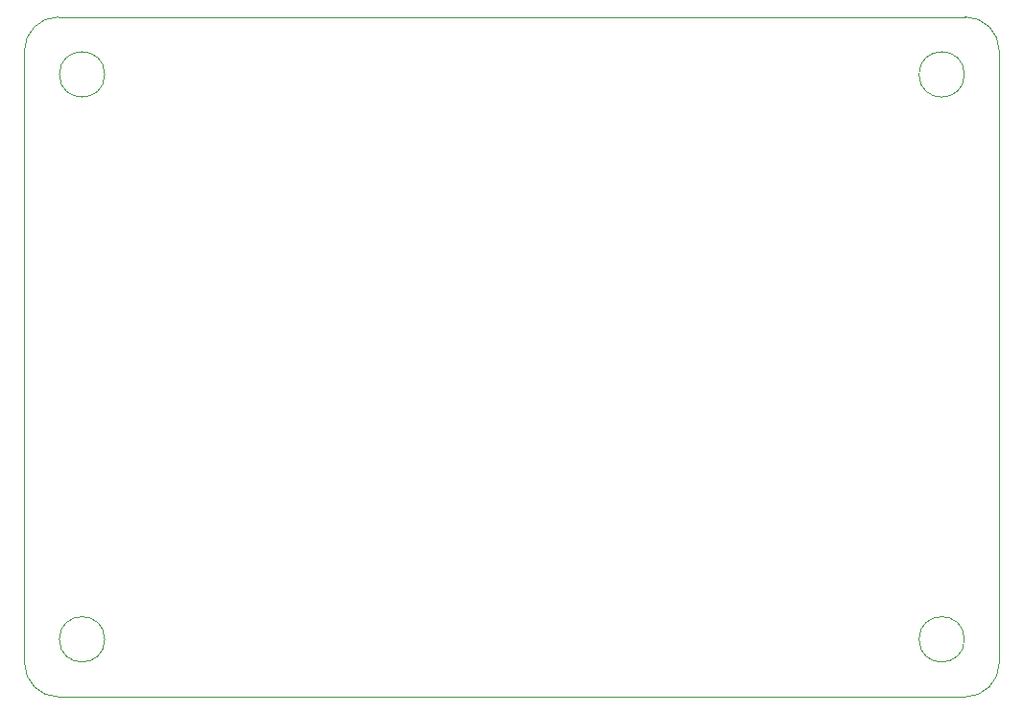
<source format=gm1>
G04*
G04 #@! TF.GenerationSoftware,Altium Limited,Altium Designer,24.1.2 (44)*
G04*
G04 Layer_Color=16711935*
%FSLAX44Y44*%
%MOMM*%
G71*
G04*
G04 #@! TF.SameCoordinates,E9BD1FF1-B1AA-42C1-8D7E-3D4E88507192*
G04*
G04*
G04 #@! TF.FilePolarity,Positive*
G04*
G01*
G75*
%ADD70C,0.0127*%
D70*
X285800Y1959890D02*
G03*
X255800Y1929890I0J-30000D01*
G01*
Y1389890D02*
G03*
X285800Y1359890I30000J0D01*
G01*
X1085800D02*
G03*
X1115800Y1389890I0J30000D01*
G01*
Y1929890D02*
G03*
X1085800Y1959890I-30000J0D01*
G01*
X326600Y1909090D02*
G03*
X326600Y1909090I-20000J0D01*
G01*
X1085000D02*
G03*
X1085000Y1909090I-20000J0D01*
G01*
Y1410690D02*
G03*
X1085000Y1410690I-20000J0D01*
G01*
X326600D02*
G03*
X326600Y1410690I-20000J0D01*
G01*
X285800Y1959890D02*
X1085800D01*
X255800Y1389890D02*
Y1929890D01*
X285800Y1359890D02*
X1085800D01*
X1115800Y1389890D02*
Y1929890D01*
M02*

</source>
